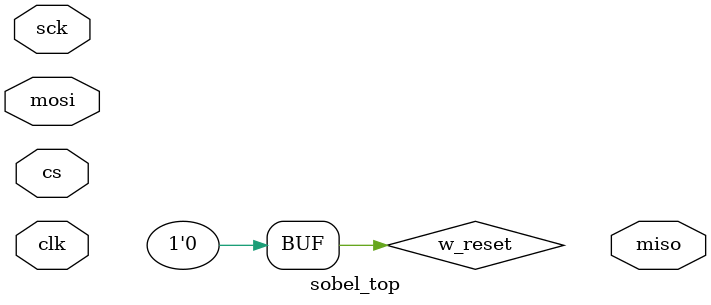
<source format=v>
`timescale 1ns / 1ps

module sobel_top(
    input  wire clk,
    input  wire sck,
    input  wire cs,
    input  wire mosi,
    output wire miso
);
    // Unused
    wire       w_locked;
    wire       w_reset  = 1'b0;
    
    wire       clk100m;
    
    wire       wr_req_w;
    wire       rd_req_w;
    wire [6:0] wr_addr_w;
    wire [6:0] rd_addr_w;
    wire [7:0] wr_data_w;
    wire [7:0] rd_data_w;
    
    wire [7:0] w_reg_threshold;
    wire [7:0] w_reg_kernel_size;
    wire [7:0] w_noise_reduction;

    clk_wiz_1         mmcm0 (.clk(clk),
                             .reset(w_reset),
                             .locked(w_locked),
                             .clk100m(clk100m));
                             
    spi_interface     spi0  (.i_sck(sck),
                             .i_cs(cs),
                             .i_copi(copi),
                             .o_cipo(cipo),
                             .o_wr_req(wr_req_w),
                             .o_rd_req(rd_req_w),
                             .o_wr_addr(wr_addr_w),
                             .o_rd_addr(rd_addr_w),
                             .o_wr_data(wr_data_w),
                             .i_rd_data(rd_data_w));
                        
    device_registers  reg0  (.i_clk(clk100m),
                             .i_wr_req(wr_req_w),
                             .i_rd_req(rd_req_w),
                             .i_wr_addr(wr_addr_w),
                             .i_rd_addr(rd_addr_w),
                             .i_wr_data(wr_data_w),
                             .o_rd_data(rd_data_w),
                             .o_reg_threshold(w_reg_threshold),
                             .o_reg_kernel_size(w_reg_kernel_size),
                             .o_reg_noise_reduction(w_noise_reduction));
                             
endmodule
</source>
